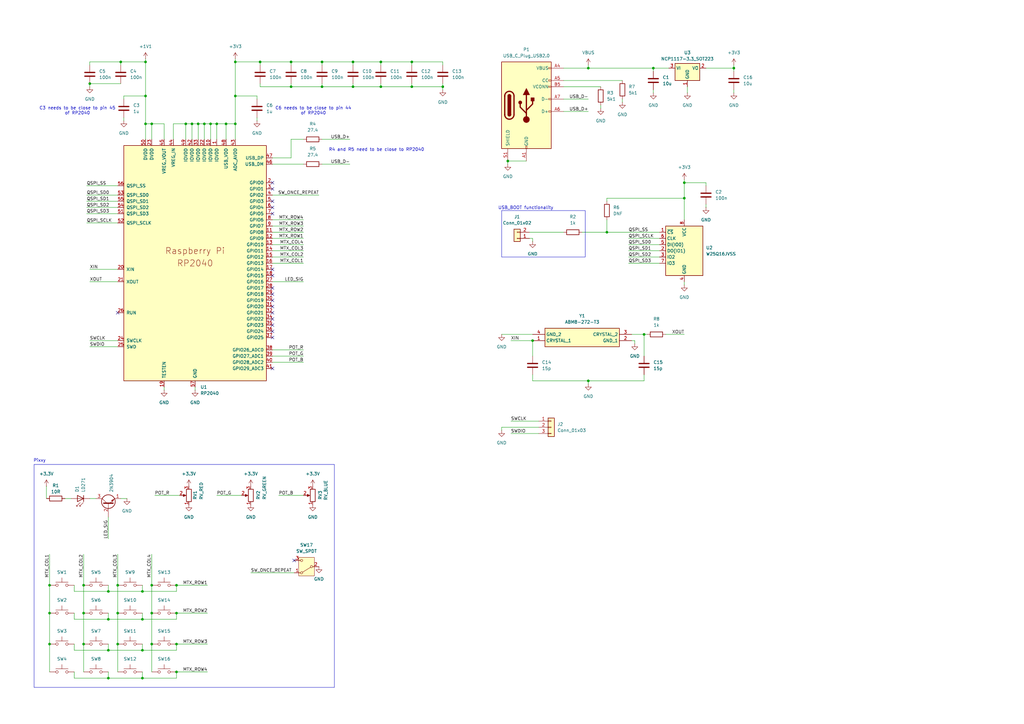
<source format=kicad_sch>
(kicad_sch (version 20231120) (generator "eeschema") (generator_version "8.0")
  (paper "A3")
  (lib_symbols
    (symbol "Connector:USB_C_Plug_USB2.0" (pin_names (offset 1.016))
      (property "Reference" "P" (at -10.16 19.05 0))
      (property "Value" "USB_C_Plug_USB2.0" (at 12.7 19.05 0))
      (symbol "USB_C_Plug_USB2.0_1_1"
        (pin passive line (at 0 -22.86 90) (length 5.08) (name "GND") (number "A1"))
        (pin passive line (at 0 -22.86 90) (length 5.08) hide (name "GND") (number "A12"))
        (pin passive line (at 15.24 15.24 180) (length 5.08) (name "VBUS") (number "A4"))
        (pin bidirectional line (at 15.24 10.16 180) (length 5.08) (name "CC") (number "A5"))
        (pin bidirectional line (at 15.24 -2.54 180) (length 5.08) (name "D+") (number "A6"))
        (pin bidirectional line (at 15.24 2.54 180) (length 5.08) (name "D-") (number "A7"))
        (pin passive line (at 15.24 15.24 180) (length 5.08) hide (name "VBUS") (number "A9"))
        (pin passive line (at 0 -22.86 90) (length 5.08) hide (name "GND") (number "B1"))
        (pin passive line (at 0 -22.86 90) (length 5.08) hide (name "GND") (number "B12"))
        (pin passive line (at 15.24 15.24 180) (length 5.08) hide (name "VBUS") (number "B4"))
        (pin bidirectional line (at 15.24 7.62 180) (length 5.08) (name "VCONN") (number "B5"))
        (pin passive line (at 15.24 15.24 180) (length 5.08) hide (name "VBUS") (number "B9"))
        (pin passive line (at -7.62 -22.86 90) (length 5.08) (name "SHIELD") (number "S1"))
      )
    )
    (symbol "Connector_Generic:Conn_01x02" (pin_names (offset 1.016) hide)
      (property "Reference" "J" (at 0 2.54 0))
      (property "Value" "Conn_01x02" (at 0 -5.08 0))
      (symbol "Conn_01x02_1_1"
        (pin passive line (at -5.08 0 0) (length 3.81) (name "Pin_1") (number "1"))
        (pin passive line (at -5.08 -2.54 0) (length 3.81) (name "Pin_2") (number "2"))
      )
    )
    (symbol "Connector_Generic:Conn_01x03" (pin_names (offset 1.016) hide)
      (property "Reference" "J" (at 0 5.08 0))
      (property "Value" "Conn_01x03" (at 0 -5.08 0))
      (symbol "Conn_01x03_1_1"
        (pin passive line (at -5.08 2.54 0) (length 3.81) (name "Pin_1") (number "1"))
        (pin passive line (at -5.08 0 0) (length 3.81) (name "Pin_2") (number "2"))
        (pin passive line (at -5.08 -2.54 0) (length 3.81) (name "Pin_3") (number "3"))
      )
    )
    (symbol "Device:C" (pin_numbers hide) (pin_names (offset 0.254))
      (property "Reference" "C" (at 0.635 2.54 0))
      (property "Value" "C" (at 0.635 -2.54 0))
      (symbol "C_1_1"
        (pin passive line (at 0 3.81 270) (length 2.794) (name "~") (number "1"))
        (pin passive line (at 0 -3.81 90) (length 2.794) (name "~") (number "2"))
      )
    )
    (symbol "Device:R" (pin_numbers hide) (pin_names (offset 0))
      (property "Reference" "R" (at 2.032 0 90))
      (property "Value" "R" (at 0 0 90))
      (symbol "R_1_1"
        (pin passive line (at 0 3.81 270) (length 1.27) (name "~") (number "1"))
        (pin passive line (at 0 -3.81 90) (length 1.27) (name "~") (number "2"))
      )
    )
    (symbol "Device:R_Potentiometer" (pin_names (offset 1.016) hide)
      (property "Reference" "RV" (at -4.445 0 90))
      (property "Value" "R_Potentiometer" (at -2.54 0 90))
      (symbol "R_Potentiometer_1_1"
        (pin passive line (at 0 3.81 270) (length 1.27) (name "1") (number "1"))
        (pin passive line (at 3.81 0 180) (length 1.27) (name "2") (number "2"))
        (pin passive line (at 0 -3.81 90) (length 1.27) (name "3") (number "3"))
      )
    )
    (symbol "LED:LD271" (pin_numbers hide) (pin_names (offset 1.016) hide)
      (property "Reference" "D" (at 0.508 1.778 0))
      (property "Value" "LD271" (at -1.016 -2.794 0))
      (symbol "LD271_1_1"
        (pin passive line (at -5.08 0 0) (length 2.54) (name "K") (number "1"))
        (pin passive line (at 2.54 0 180) (length 2.54) (name "A") (number "2"))
      )
    )
    (symbol "MCU_RaspberryPi_and_Boards:RP2040" (pin_names (offset 1.016))
      (property "Reference" "U" (at -29.21 49.53 0))
      (property "Value" "RP2040" (at 24.13 -49.53 0))
      (symbol "RP2040_0_0"
        (text "Raspberry Pi" (at 0 5.08 0) (effects (font (size 2.54 2.54))))
        (text "RP2040" (at 0 0 0) (effects (font (size 2.54 2.54))))
      )
      (symbol "RP2040_1_1"
        (pin power_in line (at 8.89 50.8 270) (length 2.54) (name "IOVDD") (number "1"))
        (pin power_in line (at 6.35 50.8 270) (length 2.54) (name "IOVDD") (number "10"))
        (pin bidirectional line (at 31.75 12.7 180) (length 2.54) (name "GPIO8") (number "11"))
        (pin bidirectional line (at 31.75 10.16 180) (length 2.54) (name "GPIO9") (number "12"))
        (pin bidirectional line (at 31.75 7.62 180) (length 2.54) (name "GPIO10") (number "13"))
        (pin bidirectional line (at 31.75 5.08 180) (length 2.54) (name "GPIO11") (number "14"))
        (pin bidirectional line (at 31.75 2.54 180) (length 2.54) (name "GPIO12") (number "15"))
        (pin bidirectional line (at 31.75 0 180) (length 2.54) (name "GPIO13") (number "16"))
        (pin bidirectional line (at 31.75 -2.54 180) (length 2.54) (name "GPIO14") (number "17"))
        (pin bidirectional line (at 31.75 -5.08 180) (length 2.54) (name "GPIO15") (number "18"))
        (pin passive line (at -12.7 -50.8 90) (length 2.54) (name "TESTEN") (number "19"))
        (pin bidirectional line (at 31.75 33.02 180) (length 2.54) (name "GPIO0") (number "2"))
        (pin input line (at -31.75 -2.54 0) (length 2.54) (name "XIN") (number "20"))
        (pin passive line (at -31.75 -7.62 0) (length 2.54) (name "XOUT") (number "21"))
        (pin power_in line (at 3.81 50.8 270) (length 2.54) (name "IOVDD") (number "22"))
        (pin power_in line (at -17.78 50.8 270) (length 2.54) (name "DVDD") (number "23"))
        (pin output line (at -31.75 -31.75 0) (length 2.54) (name "SWCLK") (number "24"))
        (pin bidirectional line (at -31.75 -34.29 0) (length 2.54) (name "SWD") (number "25"))
        (pin input line (at -31.75 -20.32 0) (length 2.54) (name "RUN") (number "26"))
        (pin bidirectional line (at 31.75 -7.62 180) (length 2.54) (name "GPIO16") (number "27"))
        (pin bidirectional line (at 31.75 -10.16 180) (length 2.54) (name "GPIO17") (number "28"))
        (pin bidirectional line (at 31.75 -12.7 180) (length 2.54) (name "GPIO18") (number "29"))
        (pin bidirectional line (at 31.75 30.48 180) (length 2.54) (name "GPIO1") (number "3"))
        (pin bidirectional line (at 31.75 -15.24 180) (length 2.54) (name "GPIO19") (number "30"))
        (pin bidirectional line (at 31.75 -17.78 180) (length 2.54) (name "GPIO20") (number "31"))
        (pin bidirectional line (at 31.75 -20.32 180) (length 2.54) (name "GPIO21") (number "32"))
        (pin power_in line (at 1.27 50.8 270) (length 2.54) (name "IOVDD") (number "33"))
        (pin bidirectional line (at 31.75 -22.86 180) (length 2.54) (name "GPIO22") (number "34"))
        (pin bidirectional line (at 31.75 -25.4 180) (length 2.54) (name "GPIO23") (number "35"))
        (pin bidirectional line (at 31.75 -27.94 180) (length 2.54) (name "GPIO24") (number "36"))
        (pin bidirectional line (at 31.75 -30.48 180) (length 2.54) (name "GPIO25") (number "37"))
        (pin bidirectional line (at 31.75 -35.56 180) (length 2.54) (name "GPIO26_ADC0") (number "38"))
        (pin bidirectional line (at 31.75 -38.1 180) (length 2.54) (name "GPIO27_ADC1") (number "39"))
        (pin bidirectional line (at 31.75 27.94 180) (length 2.54) (name "GPIO2") (number "4"))
        (pin bidirectional line (at 31.75 -40.64 180) (length 2.54) (name "GPIO28_ADC2") (number "40"))
        (pin bidirectional line (at 31.75 -43.18 180) (length 2.54) (name "GPIO29_ADC3") (number "41"))
        (pin power_in line (at -1.27 50.8 270) (length 2.54) (name "IOVDD") (number "42"))
        (pin power_in line (at 16.51 50.8 270) (length 2.54) (name "ADC_AVDD") (number "43"))
        (pin power_in line (at -8.89 50.8 270) (length 2.54) (name "VREG_IN") (number "44"))
        (pin power_out line (at -12.7 50.8 270) (length 2.54) (name "VREG_VOUT") (number "45"))
        (pin bidirectional line (at 31.75 40.64 180) (length 2.54) (name "USB_DM") (number "46"))
        (pin bidirectional line (at 31.75 43.18 180) (length 2.54) (name "USB_DP") (number "47"))
        (pin power_in line (at 12.7 50.8 270) (length 2.54) (name "USB_VDD") (number "48"))
        (pin power_in line (at -3.81 50.8 270) (length 2.54) (name "IOVDD") (number "49"))
        (pin bidirectional line (at 31.75 25.4 180) (length 2.54) (name "GPIO3") (number "5"))
        (pin power_in line (at -20.32 50.8 270) (length 2.54) (name "DVDD") (number "50"))
        (pin bidirectional line (at -31.75 20.32 0) (length 2.54) (name "QSPI_SD3") (number "51"))
        (pin output line (at -31.75 16.51 0) (length 2.54) (name "QSPI_SCLK") (number "52"))
        (pin bidirectional line (at -31.75 27.94 0) (length 2.54) (name "QSPI_SD0") (number "53"))
        (pin bidirectional line (at -31.75 22.86 0) (length 2.54) (name "QSPI_SD2") (number "54"))
        (pin bidirectional line (at -31.75 25.4 0) (length 2.54) (name "QSPI_SD1") (number "55"))
        (pin bidirectional line (at -31.75 31.75 0) (length 2.54) (name "QSPI_SS") (number "56"))
        (pin power_in line (at 0 -50.8 90) (length 2.54) (name "GND") (number "57"))
        (pin bidirectional line (at 31.75 22.86 180) (length 2.54) (name "GPIO4") (number "6"))
        (pin bidirectional line (at 31.75 20.32 180) (length 2.54) (name "GPIO5") (number "7"))
        (pin bidirectional line (at 31.75 17.78 180) (length 2.54) (name "GPIO6") (number "8"))
        (pin bidirectional line (at 31.75 15.24 180) (length 2.54) (name "GPIO7") (number "9"))
      )
    )
    (symbol "Memory_Flash:W25Q16JVSS"
      (property "Reference" "U" (at -6.35 11.43 0))
      (property "Value" "W25Q16JVSS" (at 7.62 11.43 0))
      (symbol "W25Q16JVSS_1_1"
        (pin input line (at -10.16 7.62 0) (length 2.54) (name "~{CS}") (number "1"))
        (pin bidirectional line (at -10.16 0 0) (length 2.54) (name "DO(IO1)") (number "2"))
        (pin bidirectional line (at -10.16 -2.54 0) (length 2.54) (name "IO2") (number "3"))
        (pin power_in line (at 0 -12.7 90) (length 2.54) (name "GND") (number "4"))
        (pin bidirectional line (at -10.16 2.54 0) (length 2.54) (name "DI(IO0)") (number "5"))
        (pin input line (at -10.16 5.08 0) (length 2.54) (name "CLK") (number "6"))
        (pin bidirectional line (at -10.16 -5.08 0) (length 2.54) (name "IO3") (number "7"))
        (pin power_in line (at 0 12.7 270) (length 2.54) (name "VCC") (number "8"))
      )
    )
    (symbol "Regulator_Linear:NCP1117-3.3_SOT223"
      (property "Reference" "U" (at -3.81 3.175 0))
      (property "Value" "NCP1117-3.3_SOT223" (at 0 3.175 0))
      (symbol "NCP1117-3.3_SOT223_1_1"
        (pin power_in line (at 0 -7.62 90) (length 2.54) (name "GND") (number "1"))
        (pin power_out line (at 7.62 0 180) (length 2.54) (name "VO") (number "2"))
        (pin power_in line (at -7.62 0 0) (length 2.54) (name "VI") (number "3"))
      )
    )
    (symbol "SamacSys_Parts:ABM8-272-T3"
      (property "Reference" "Y" (at 36.83 7.62 0))
      (property "Value" "ABM8-272-T3" (at 36.83 5.08 0))
      (symbol "ABM8-272-T3_1_1"
        (pin passive line (at 0 -2.54 0) (length 5.08) (name "CRYSTAL_1") (number "1"))
        (pin passive line (at 40.64 -2.54 180) (length 5.08) (name "GND_1") (number "2"))
        (pin passive line (at 40.64 0 180) (length 5.08) (name "CRYSTAL_2") (number "3"))
        (pin passive line (at 0 0 0) (length 5.08) (name "GND_2") (number "4"))
      )
    )
    (symbol "Switch:SW_Push" (pin_numbers hide) (pin_names (offset 1.016) hide)
      (property "Reference" "SW" (at 1.27 2.54 0))
      (property "Value" "SW_Push" (at 0 -1.524 0))
      (symbol "SW_Push_0_1"
        (pin passive line (at -5.08 0 0) (length 2.54) (name "1") (number "1"))
        (pin passive line (at 5.08 0 180) (length 2.54) (name "2") (number "2"))
      )
    )
    (symbol "Switch:SW_SPDT" (pin_names (offset 0) hide)
      (property "Reference" "SW" (at 0 5.08 0))
      (property "Value" "SW_SPDT" (at 0 -5.08 0))
      (symbol "SW_SPDT_1_1"
        (pin passive line (at 5.08 2.54 180) (length 2.54) (name "A") (number "1"))
        (pin passive line (at -5.08 0 0) (length 2.54) (name "B") (number "2"))
        (pin passive line (at 5.08 -2.54 180) (length 2.54) (name "C") (number "3"))
      )
    )
    (symbol "Transistor_BJT:2N3904" (pin_names (offset 0) hide)
      (property "Reference" "Q" (at 5.08 1.905 0))
      (property "Value" "2N3904" (at 5.08 0 0))
      (symbol "2N3904_1_1"
        (pin passive line (at 2.54 -5.08 90) (length 2.54) (name "E") (number "1"))
        (pin passive line (at -5.08 0 0) (length 5.715) (name "B") (number "2"))
        (pin passive line (at 2.54 5.08 270) (length 2.54) (name "C") (number "3"))
      )
    )
    (symbol "power:+1V1" (power) (pin_numbers hide) (pin_names (offset 0) hide)
      (property "Value" "+1V1" (at 0 3.556 0))
      (symbol "+1V1_1_1"
        (pin power_in line (at 0 0 90) (length 0) (name "~") (number "1"))
      )
    )
    (symbol "power:+3.3V" (power) (pin_numbers hide) (pin_names (offset 0) hide)
      (property "Value" "+3.3V" (at 0 3.556 0))
      (symbol "+3.3V_1_1"
        (pin power_in line (at 0 0 90) (length 0) (name "~") (number "1"))
      )
    )
    (symbol "power:+3V3" (power) (pin_numbers hide) (pin_names (offset 0) hide)
      (property "Value" "+3V3" (at 0 3.556 0))
      (symbol "+3V3_1_1"
        (pin power_in line (at 0 0 90) (length 0) (name "~") (number "1"))
      )
    )
    (symbol "power:GND" (power) (pin_numbers hide) (pin_names (offset 0) hide)
      (property "Value" "GND" (at 0 -3.81 0))
      (symbol "GND_1_1"
        (pin power_in line (at 0 0 270) (length 0) (name "~") (number "1"))
      )
    )
    (symbol "power:VBUS" (power) (pin_numbers hide) (pin_names (offset 0) hide)
      (property "Value" "VBUS" (at 0 3.556 0))
      (symbol "VBUS_1_1"
        (pin power_in line (at 0 0 90) (length 0) (name "~") (number "1"))
      )
    )
  )
  (junction (at 44.45 254))
  (junction (at 62.23 240.03))
  (junction (at 88.9 50.8))
  (junction (at 119.38 25.4))
  (junction (at 241.3 27.94))
  (junction (at 267.97 27.94))
  (junction (at 36.83 34.29))
  (junction (at 119.38 35.56))
  (junction (at 34.29 240.03))
  (junction (at 44.45 266.7))
  (junction (at 156.21 25.4))
  (junction (at 168.91 35.56))
  (junction (at 156.21 35.56))
  (junction (at 59.69 39.37))
  (junction (at 72.39 275.59))
  (junction (at 96.52 50.8))
  (junction (at 72.39 251.46))
  (junction (at 83.82 50.8))
  (junction (at 59.69 25.4))
  (junction (at 72.39 240.03))
  (junction (at 92.71 50.8))
  (junction (at 62.23 264.16))
  (junction (at 59.69 50.8))
  (junction (at 280.67 81.28))
  (junction (at 76.2 50.8))
  (junction (at 48.26 240.03))
  (junction (at 264.16 137.16))
  (junction (at 62.23 251.46))
  (junction (at 20.32 264.16))
  (junction (at 86.36 50.8))
  (junction (at 34.29 264.16))
  (junction (at 96.52 25.4))
  (junction (at 49.53 25.4))
  (junction (at 58.42 278.13))
  (junction (at 62.23 50.8))
  (junction (at 81.28 50.8))
  (junction (at 58.42 254))
  (junction (at 44.45 278.13))
  (junction (at 34.29 251.46))
  (junction (at 248.92 95.25))
  (junction (at 44.45 242.57))
  (junction (at 58.42 242.57))
  (junction (at 144.78 25.4))
  (junction (at 218.44 139.7))
  (junction (at 280.67 74.93))
  (junction (at 144.78 35.56))
  (junction (at 48.26 264.16))
  (junction (at 106.68 25.4))
  (junction (at 132.08 35.56))
  (junction (at 96.52 39.37))
  (junction (at 20.32 240.03))
  (junction (at 181.61 35.56))
  (junction (at 72.39 264.16))
  (junction (at 48.26 251.46))
  (junction (at 300.99 27.94))
  (junction (at 208.28 66.04))
  (junction (at 58.42 266.7))
  (junction (at 168.91 25.4))
  (junction (at 78.74 50.8))
  (junction (at 132.08 25.4))
  (junction (at 20.32 251.46))
  (junction (at 241.3 156.21))
  (no_connect (at 111.76 123.19))
  (no_connect (at 111.76 138.43))
  (no_connect (at 111.76 135.89))
  (no_connect (at 111.76 113.03))
  (no_connect (at 111.76 77.47))
  (no_connect (at 111.76 85.09))
  (no_connect (at 111.76 130.81))
  (no_connect (at 111.76 125.73))
  (no_connect (at 111.76 133.35))
  (no_connect (at 111.76 74.93))
  (no_connect (at 120.65 229.87))
  (no_connect (at 111.76 118.11))
  (no_connect (at 111.76 120.65))
  (no_connect (at 111.76 87.63))
  (no_connect (at 111.76 110.49))
  (no_connect (at 48.26 128.27))
  (no_connect (at 111.76 128.27))
  (no_connect (at 111.76 82.55))
  (no_connect (at 111.76 151.13))
  (wire (pts (xy 218.44 139.7) (xy 218.44 146.05)))
  (wire (pts (xy 48.26 227.33) (xy 48.26 240.03)))
  (wire (pts (xy 62.23 240.03) (xy 62.23 251.46)))
  (wire (pts (xy 259.08 137.16) (xy 264.16 137.16)))
  (wire (pts (xy 257.81 107.95) (xy 270.51 107.95)))
  (wire (pts (xy 72.39 266.7) (xy 58.42 266.7)))
  (wire (pts (xy 280.67 137.16) (xy 273.05 137.16)))
  (wire (pts (xy 248.92 95.25) (xy 270.51 95.25)))
  (wire (pts (xy 72.39 264.16) (xy 72.39 266.7)))
  (wire (pts (xy 257.81 102.87) (xy 270.51 102.87)))
  (wire (pts (xy 58.42 242.57) (xy 44.45 242.57)))
  (wire (pts (xy 58.42 240.03) (xy 58.42 242.57)))
  (wire (pts (xy 92.71 50.8) (xy 96.52 50.8)))
  (wire (pts (xy 143.51 67.31) (xy 132.08 67.31)))
  (wire (pts (xy 208.28 66.04) (xy 215.9 66.04)))
  (wire (pts (xy 156.21 25.4) (xy 168.91 25.4)))
  (wire (pts (xy 218.44 153.67) (xy 218.44 156.21)))
  (wire (pts (xy 289.56 74.93) (xy 289.56 76.2)))
  (wire (pts (xy 241.3 27.94) (xy 267.97 27.94)))
  (wire (pts (xy 124.46 90.17) (xy 111.76 90.17)))
  (wire (pts (xy 71.12 57.15) (xy 71.12 50.8)))
  (wire (pts (xy 20.32 227.33) (xy 20.32 240.03)))
  (wire (pts (xy 181.61 25.4) (xy 181.61 26.67)))
  (wire (pts (xy 34.29 227.33) (xy 34.29 240.03)))
  (wire (pts (xy 44.45 266.7) (xy 58.42 266.7)))
  (wire (pts (xy 156.21 25.4) (xy 156.21 26.67)))
  (wire (pts (xy 102.87 234.95) (xy 120.65 234.95)))
  (wire (pts (xy 36.83 25.4) (xy 49.53 25.4)))
  (wire (pts (xy 267.97 27.94) (xy 267.97 29.21)))
  (wire (pts (xy 111.76 80.01) (xy 130.81 80.01)))
  (wire (pts (xy 300.99 38.1) (xy 300.99 36.83)))
  (wire (pts (xy 86.36 50.8) (xy 88.9 50.8)))
  (wire (pts (xy 105.41 40.64) (xy 105.41 39.37)))
  (wire (pts (xy 50.8 49.53) (xy 50.8 48.26)))
  (wire (pts (xy 260.35 140.97) (xy 260.35 139.7)))
  (wire (pts (xy 78.74 50.8) (xy 81.28 50.8)))
  (wire (pts (xy 85.09 251.46) (xy 72.39 251.46)))
  (wire (pts (xy 208.28 67.31) (xy 208.28 66.04)))
  (wire (pts (xy 168.91 34.29) (xy 168.91 35.56)))
  (wire (pts (xy 86.36 50.8) (xy 83.82 50.8)))
  (wire (pts (xy 205.74 137.16) (xy 218.44 137.16)))
  (wire (pts (xy 241.3 26.67) (xy 241.3 27.94)))
  (wire (pts (xy 85.09 240.03) (xy 72.39 240.03)))
  (wire (pts (xy 20.32 264.16) (xy 20.32 275.59)))
  (wire (pts (xy 34.29 251.46) (xy 34.29 264.16)))
  (wire (pts (xy 119.38 35.56) (xy 119.38 34.29)))
  (wire (pts (xy 119.38 25.4) (xy 106.68 25.4)))
  (wire (pts (xy 106.68 34.29) (xy 106.68 35.56)))
  (wire (pts (xy 281.94 38.1) (xy 281.94 35.56)))
  (wire (pts (xy 280.67 81.28) (xy 248.92 81.28)))
  (wire (pts (xy 205.74 175.26) (xy 220.98 175.26)))
  (wire (pts (xy 59.69 50.8) (xy 62.23 50.8)))
  (wire (pts (xy 124.46 115.57) (xy 111.76 115.57)))
  (wire (pts (xy 280.67 116.84) (xy 280.67 115.57)))
  (wire (pts (xy 58.42 278.13) (xy 72.39 278.13)))
  (wire (pts (xy 88.9 50.8) (xy 92.71 50.8)))
  (wire (pts (xy 168.91 26.67) (xy 168.91 25.4)))
  (wire (pts (xy 241.3 40.64) (xy 231.14 40.64)))
  (wire (pts (xy 96.52 39.37) (xy 96.52 50.8)))
  (wire (pts (xy 124.46 95.25) (xy 111.76 95.25)))
  (wire (pts (xy 119.38 35.56) (xy 132.08 35.56)))
  (wire (pts (xy 144.78 26.67) (xy 144.78 25.4)))
  (wire (pts (xy 48.26 251.46) (xy 48.26 264.16)))
  (wire (pts (xy 280.67 81.28) (xy 280.67 90.17)))
  (wire (pts (xy 114.3 203.2) (xy 124.46 203.2)))
  (wire (pts (xy 119.38 64.77) (xy 111.76 64.77)))
  (wire (pts (xy 58.42 275.59) (xy 58.42 278.13)))
  (wire (pts (xy 241.3 45.72) (xy 231.14 45.72)))
  (wire (pts (xy 62.23 50.8) (xy 62.23 57.15)))
  (wire (pts (xy 44.45 264.16) (xy 44.45 266.7)))
  (wire (pts (xy 111.76 146.05) (xy 124.46 146.05)))
  (wire (pts (xy 96.52 25.4) (xy 96.52 39.37)))
  (wire (pts (xy 264.16 146.05) (xy 264.16 137.16)))
  (wire (pts (xy 30.48 266.7) (xy 30.48 264.16)))
  (wire (pts (xy 267.97 38.1) (xy 267.97 36.83)))
  (wire (pts (xy 72.39 242.57) (xy 58.42 242.57)))
  (wire (pts (xy 63.5 203.2) (xy 73.66 203.2)))
  (wire (pts (xy 218.44 156.21) (xy 241.3 156.21)))
  (wire (pts (xy 44.45 275.59) (xy 44.45 278.13)))
  (wire (pts (xy 181.61 34.29) (xy 181.61 35.56)))
  (wire (pts (xy 58.42 264.16) (xy 58.42 266.7)))
  (wire (pts (xy 124.46 102.87) (xy 111.76 102.87)))
  (wire (pts (xy 205.74 176.53) (xy 205.74 175.26)))
  (wire (pts (xy 132.08 25.4) (xy 144.78 25.4)))
  (wire (pts (xy 30.48 240.03) (xy 30.48 242.57)))
  (wire (pts (xy 209.55 172.72) (xy 220.98 172.72)))
  (wire (pts (xy 143.51 57.15) (xy 132.08 57.15)))
  (wire (pts (xy 30.48 266.7) (xy 44.45 266.7)))
  (wire (pts (xy 181.61 35.56) (xy 168.91 35.56)))
  (wire (pts (xy 88.9 203.2) (xy 99.06 203.2)))
  (wire (pts (xy 30.48 254) (xy 30.48 251.46)))
  (wire (pts (xy 67.31 57.15) (xy 67.31 50.8)))
  (wire (pts (xy 156.21 35.56) (xy 168.91 35.56)))
  (wire (pts (xy 71.12 50.8) (xy 76.2 50.8)))
  (wire (pts (xy 106.68 26.67) (xy 106.68 25.4)))
  (wire (pts (xy 300.99 27.94) (xy 289.56 27.94)))
  (wire (pts (xy 238.76 95.25) (xy 248.92 95.25)))
  (wire (pts (xy 48.26 264.16) (xy 48.26 275.59)))
  (wire (pts (xy 144.78 34.29) (xy 144.78 35.56)))
  (wire (pts (xy 72.39 251.46) (xy 72.39 254)))
  (wire (pts (xy 36.83 35.56) (xy 36.83 34.29)))
  (wire (pts (xy 48.26 240.03) (xy 48.26 251.46)))
  (wire (pts (xy 274.32 27.94) (xy 267.97 27.94)))
  (wire (pts (xy 119.38 25.4) (xy 132.08 25.4)))
  (wire (pts (xy 50.8 39.37) (xy 50.8 40.64)))
  (wire (pts (xy 44.45 251.46) (xy 44.45 254)))
  (wire (pts (xy 246.38 35.56) (xy 231.14 35.56)))
  (wire (pts (xy 181.61 36.83) (xy 181.61 35.56)))
  (wire (pts (xy 83.82 57.15) (xy 83.82 50.8)))
  (wire (pts (xy 59.69 57.15) (xy 59.69 50.8)))
  (wire (pts (xy 85.09 275.59) (xy 72.39 275.59)))
  (wire (pts (xy 255.27 41.91) (xy 255.27 40.64)))
  (wire (pts (xy 119.38 57.15) (xy 119.38 64.77)))
  (wire (pts (xy 248.92 81.28) (xy 248.92 82.55)))
  (wire (pts (xy 144.78 25.4) (xy 156.21 25.4)))
  (wire (pts (xy 35.56 87.63) (xy 48.26 87.63)))
  (wire (pts (xy 35.56 91.44) (xy 48.26 91.44)))
  (wire (pts (xy 30.48 278.13) (xy 44.45 278.13)))
  (wire (pts (xy 36.83 34.29) (xy 49.53 34.29)))
  (wire (pts (xy 58.42 251.46) (xy 58.42 254)))
  (wire (pts (xy 44.45 212.09) (xy 44.45 220.98)))
  (wire (pts (xy 67.31 50.8) (xy 62.23 50.8)))
  (wire (pts (xy 257.81 97.79) (xy 270.51 97.79)))
  (wire (pts (xy 265.43 137.16) (xy 264.16 137.16)))
  (wire (pts (xy 34.29 240.03) (xy 34.29 251.46)))
  (wire (pts (xy 105.41 49.53) (xy 105.41 48.26)))
  (wire (pts (xy 36.83 204.47) (xy 39.37 204.47)))
  (wire (pts (xy 96.52 25.4) (xy 106.68 25.4)))
  (wire (pts (xy 78.74 57.15) (xy 78.74 50.8)))
  (wire (pts (xy 119.38 26.67) (xy 119.38 25.4)))
  (wire (pts (xy 96.52 24.13) (xy 96.52 25.4)))
  (wire (pts (xy 241.3 156.21) (xy 264.16 156.21)))
  (wire (pts (xy 246.38 44.45) (xy 246.38 43.18)))
  (wire (pts (xy 44.45 254) (xy 30.48 254)))
  (wire (pts (xy 124.46 97.79) (xy 111.76 97.79)))
  (wire (pts (xy 124.46 67.31) (xy 111.76 67.31)))
  (wire (pts (xy 124.46 107.95) (xy 111.76 107.95)))
  (wire (pts (xy 20.32 240.03) (xy 20.32 251.46)))
  (wire (pts (xy 181.61 25.4) (xy 168.91 25.4)))
  (wire (pts (xy 35.56 82.55) (xy 48.26 82.55)))
  (wire (pts (xy 124.46 100.33) (xy 111.76 100.33)))
  (wire (pts (xy 124.46 148.59) (xy 111.76 148.59)))
  (wire (pts (xy 111.76 143.51) (xy 124.46 143.51)))
  (wire (pts (xy 49.53 26.67) (xy 49.53 25.4)))
  (wire (pts (xy 36.83 115.57) (xy 48.26 115.57)))
  (wire (pts (xy 257.81 100.33) (xy 270.51 100.33)))
  (wire (pts (xy 280.67 73.66) (xy 280.67 74.93)))
  (wire (pts (xy 218.44 97.79) (xy 217.17 97.79)))
  (wire (pts (xy 289.56 85.09) (xy 289.56 83.82)))
  (wire (pts (xy 248.92 90.17) (xy 248.92 95.25)))
  (wire (pts (xy 62.23 251.46) (xy 62.23 264.16)))
  (wire (pts (xy 96.52 57.15) (xy 96.52 50.8)))
  (wire (pts (xy 81.28 57.15) (xy 81.28 50.8)))
  (wire (pts (xy 88.9 57.15) (xy 88.9 50.8)))
  (wire (pts (xy 255.27 33.02) (xy 231.14 33.02)))
  (wire (pts (xy 209.55 139.7) (xy 218.44 139.7)))
  (wire (pts (xy 72.39 240.03) (xy 72.39 242.57)))
  (wire (pts (xy 35.56 76.2) (xy 48.26 76.2)))
  (wire (pts (xy 30.48 242.57) (xy 44.45 242.57)))
  (wire (pts (xy 132.08 34.29) (xy 132.08 35.56)))
  (wire (pts (xy 72.39 275.59) (xy 72.39 278.13)))
  (wire (pts (xy 50.8 39.37) (xy 59.69 39.37)))
  (wire (pts (xy 67.31 160.02) (xy 67.31 158.75)))
  (wire (pts (xy 105.41 39.37) (xy 96.52 39.37)))
  (wire (pts (xy 49.53 25.4) (xy 59.69 25.4)))
  (wire (pts (xy 124.46 57.15) (xy 119.38 57.15)))
  (wire (pts (xy 300.99 26.67) (xy 300.99 27.94)))
  (wire (pts (xy 34.29 264.16) (xy 34.29 275.59)))
  (wire (pts (xy 209.55 177.8) (xy 220.98 177.8)))
  (wire (pts (xy 35.56 85.09) (xy 48.26 85.09)))
  (wire (pts (xy 59.69 24.13) (xy 59.69 25.4)))
  (wire (pts (xy 300.99 29.21) (xy 300.99 27.94)))
  (wire (pts (xy 44.45 254) (xy 58.42 254)))
  (wire (pts (xy 257.81 105.41) (xy 270.51 105.41)))
  (wire (pts (xy 19.05 204.47) (xy 19.05 199.39)))
  (wire (pts (xy 62.23 227.33) (xy 62.23 240.03)))
  (wire (pts (xy 264.16 156.21) (xy 264.16 153.67)))
  (wire (pts (xy 36.83 26.67) (xy 36.83 25.4)))
  (wire (pts (xy 218.44 99.06) (xy 218.44 97.79)))
  (wire (pts (xy 52.07 204.47) (xy 49.53 204.47)))
  (wire (pts (xy 289.56 74.93) (xy 280.67 74.93)))
  (wire (pts (xy 144.78 35.56) (xy 156.21 35.56)))
  (wire (pts (xy 36.83 142.24) (xy 48.26 142.24)))
  (wire (pts (xy 156.21 34.29) (xy 156.21 35.56)))
  (wire (pts (xy 30.48 278.13) (xy 30.48 275.59)))
  (wire (pts (xy 241.3 156.21) (xy 241.3 157.48)))
  (wire (pts (xy 59.69 25.4) (xy 59.69 39.37)))
  (wire (pts (xy 80.01 160.02) (xy 80.01 158.75)))
  (wire (pts (xy 241.3 27.94) (xy 231.14 27.94)))
  (wire (pts (xy 44.45 242.57) (xy 44.45 240.03)))
  (wire (pts (xy 85.09 264.16) (xy 72.39 264.16)))
  (wire (pts (xy 132.08 35.56) (xy 144.78 35.56)))
  (wire (pts (xy 36.83 139.7) (xy 48.26 139.7)))
  (wire (pts (xy 35.56 80.01) (xy 48.26 80.01)))
  (wire (pts (xy 76.2 50.8) (xy 78.74 50.8)))
  (wire (pts (xy 260.35 139.7) (xy 259.08 139.7)))
  (wire (pts (xy 76.2 50.8) (xy 76.2 57.15)))
  (wire (pts (xy 217.17 95.25) (xy 231.14 95.25)))
  (wire (pts (xy 58.42 254) (xy 72.39 254)))
  (wire (pts (xy 29.21 204.47) (xy 26.67 204.47)))
  (wire (pts (xy 86.36 57.15) (xy 86.36 50.8)))
  (wire (pts (xy 132.08 26.67) (xy 132.08 25.4)))
  (wire (pts (xy 92.71 57.15) (xy 92.71 50.8)))
  (wire (pts (xy 20.32 251.46) (xy 20.32 264.16)))
  (wire (pts (xy 44.45 278.13) (xy 58.42 278.13)))
  (wire (pts (xy 81.28 50.8) (xy 83.82 50.8)))
  (wire (pts (xy 280.67 74.93) (xy 280.67 81.28)))
  (wire (pts (xy 124.46 105.41) (xy 111.76 105.41)))
  (wire (pts (xy 62.23 264.16) (xy 62.23 275.59)))
  (wire (pts (xy 59.69 39.37) (xy 59.69 50.8)))
  (wire (pts (xy 106.68 35.56) (xy 119.38 35.56)))
  (wire (pts (xy 36.83 110.49) (xy 48.26 110.49)))
  (wire (pts (xy 124.46 92.71) (xy 111.76 92.71)))
  (rectangle (start 13.97 190.5) (end 137.16 281.94))
  (rectangle (start 205.74 86.36) (end 240.03 105.41))
  (text "C6 needs to be close to pin 44\nof RP2040" (at 128.524 45.466 0) (effects (font (size 1.27 1.27))))
  (text "C3 needs to be close to pin 45\nof RP2040" (at 31.75 45.466 0) (effects (font (size 1.27 1.27))))
  (text "Pixxy" (at 16.256 188.976 0) (effects (font (size 1.27 1.27))))
  (text "USB_BOOT functionality" (at 215.646 85.344 0) (effects (font (size 1.27 1.27))))
  (text "R4 and R5 need to be close to RP2040" (at 154.432 61.468 0) (effects (font (size 1.27 1.27))))
  (label "MTX_ROW2" (at 85.09 251.46 180))
  (label "QSPI_SD0" (at 35.56 80.01 0))
  (label "QSPI_SD2" (at 35.56 85.09 0))
  (label "XIN" (at 36.83 110.49 0))
  (label "XOUT" (at 280.67 137.16 180))
  (label "MTX_ROW3" (at 85.09 264.16 180))
  (label "XOUT" (at 36.83 115.57 0))
  (label "POT_G" (at 88.9 203.2 0))
  (label "SWCLK" (at 36.83 139.7 0))
  (label "MTX_ROW2" (at 124.46 95.25 180))
  (label "POT_B" (at 124.46 148.59 180))
  (label "MTX_COL1" (at 124.46 107.95 180))
  (label "QSPI_SD0" (at 257.81 100.33 0))
  (label "MTX_COL3" (at 124.46 102.87 180))
  (label "MTX_COL4" (at 62.23 227.33 270))
  (label "MTX_ROW3" (at 124.46 92.71 180))
  (label "SW_ONCE_REPEAT" (at 130.81 80.01 180))
  (label "XIN" (at 209.55 139.7 0))
  (label "SWDIO" (at 209.55 177.8 0))
  (label "QSPI_SD1" (at 257.81 102.87 0))
  (label "USB_D-" (at 241.3 40.64 180))
  (label "QSPI_SD1" (at 35.56 82.55 0))
  (label "POT_R" (at 124.46 143.51 180))
  (label "MTX_ROW1" (at 124.46 97.79 180))
  (label "USB_D+" (at 143.51 57.15 180))
  (label "MTX_COL4" (at 124.46 100.33 180))
  (label "SWDIO" (at 36.83 142.24 0))
  (label "SW_ONCE_REPEAT" (at 102.87 234.95 0))
  (label "POT_G" (at 124.46 146.05 180))
  (label "QSPI_SCLK" (at 35.56 91.44 0))
  (label "LED_SIG" (at 124.46 115.57 180))
  (label "MTX_COL2" (at 34.29 227.33 270))
  (label "MTX_ROW4" (at 124.46 90.17 180))
  (label "MTX_ROW1" (at 85.09 240.03 180))
  (label "POT_R" (at 63.5 203.2 0))
  (label "MTX_COL2" (at 124.46 105.41 180))
  (label "USB_D-" (at 143.51 67.31 180))
  (label "SWCLK" (at 209.55 172.72 0))
  (label "QSPI_SD3" (at 257.81 107.95 0))
  (label "QSPI_SS" (at 257.81 95.25 0))
  (label "USB_D+" (at 241.3 45.72 180))
  (label "MTX_COL3" (at 48.26 227.33 270))
  (label "QSPI_SD3" (at 35.56 87.63 0))
  (label "LED_SIG" (at 44.45 220.98 90))
  (label "POT_B" (at 114.3 203.2 0))
  (label "QSPI_SS" (at 35.56 76.2 0))
  (label "QSPI_SCLK" (at 257.81 97.79 0))
  (label "MTX_COL1" (at 20.32 227.33 270))
  (label "MTX_ROW4" (at 85.09 275.59 180))
  (label "QSPI_SD2" (at 257.81 105.41 0))
  (symbol (lib_id "power:+3V3") (at 300.99 26.67 0) (unit 1)
    (property "Reference" "#PWR026" (effects (hide yes)))
    (property "Value" "+3V3" (at 300.99 21.59 0))
    (property "Description" "Power symbol creates a global label with name \"+3V3\"" (effects (hide yes)))
  )
  (symbol (lib_id "Device:R") (at 248.92 86.36 180) (unit 1)
    (property "Reference" "R6" (at 251.46 85.0899 0) (effects (justify right)))
    (property "Value" "DNF" (at 251.46 87.6299 0) (effects (justify right)))
    (property "Description" "Resistor" (effects (hide yes)))
  )
  (symbol (lib_id "MCU_RaspberryPi_and_Boards:RP2040") (at 80.01 107.95 0) (unit 1)
    (property "Reference" "U1" (at 82.2041 158.75 0) (effects (justify left)))
    (property "Value" "RP2040" (at 82.2041 161.29 0) (effects (justify left)))
    (property "Footprint" "MCU_RaspberryPi_and_Boards:RP2040-QFN-56" (effects (hide yes)))
  )
  (symbol (lib_id "Switch:SW_Push") (at 39.37 240.03 0) (unit 1)
    (property "Reference" "SW5" (at 39.37 234.696 0))
    (property "Footprint" "Button_Switch_THT:SW_PUSH_6mm" (effects (hide yes)))
    (property "Description" "Push button switch, generic, two pins" (effects (hide yes)))
  )
  (symbol (lib_id "Device:C") (at 156.21 30.48 0) (unit 1)
    (property "Reference" "C11" (at 160.02 29.2099 0) (effects (justify left)))
    (property "Value" "100n" (at 160.02 31.7499 0) (effects (justify left)))
    (property "Footprint" "Capacitor_SMD:C_0402_1005Metric" (effects (hide yes)))
    (property "Description" "Unpolarized capacitor" (effects (hide yes)))
    (property "LCSC" "C5448791" (effects (hide yes)))
  )
  (symbol (lib_id "power:+3.3V") (at 128.27 199.39 0) (unit 1)
    (property "Reference" "#PWR09" (effects (hide yes)))
    (property "Value" "+3.3V" (at 128.27 194.31 0))
    (property "Description" "Power symbol creates a global label with name \"+3.3V\"" (effects (hide yes)))
  )
  (symbol (lib_id "power:GND") (at 260.35 140.97 0) (unit 1)
    (property "Reference" "#PWR029" (effects (hide yes)))
    (property "Value" "GND" (at 260.35 146.05 0))
    (property "Description" "Power symbol creates a global label with name \"GND\" , ground" (effects (hide yes)))
  )
  (symbol (lib_id "power:VBUS") (at 241.3 26.67 0) (unit 1)
    (property "Reference" "#PWR012" (effects (hide yes)))
    (property "Value" "VBUS" (at 241.3 21.59 0))
    (property "Description" "Power symbol creates a global label with name \"VBUS\"" (effects (hide yes)))
  )
  (symbol (lib_id "Switch:SW_Push") (at 67.31 251.46 0) (unit 1)
    (property "Reference" "SW14" (at 67.31 246.126 0))
    (property "Footprint" "Button_Switch_THT:SW_PUSH_6mm" (effects (hide yes)))
    (property "Description" "Push button switch, generic, two pins" (effects (hide yes)))
  )
  (symbol (lib_id "Device:R") (at 128.27 57.15 90) (unit 1)
    (property "Reference" "R4" (at 128.27 50.8 90))
    (property "Value" "27.4" (at 128.27 53.34 90))
    (property "Footprint" "Resistor_SMD:R_0402_1005Metric" (effects (hide yes)))
    (property "Description" "Resistor" (effects (hide yes)))
    (property "LCSC" "C321420" (effects (hide yes)))
  )
  (symbol (lib_id "Device:R") (at 246.38 39.37 0) (unit 1)
    (property "Reference" "R3" (at 248.92 38.0999 0) (effects (justify left)))
    (property "Value" "5k1" (at 248.92 40.6399 0) (effects (justify left)))
    (property "Footprint" "Resistor_SMD:R_0603_1608Metric" (effects (hide yes)))
    (property "Description" "Resistor" (effects (hide yes)))
    (property "LCSC" "C105580" (effects (hide yes)))
  )
  (symbol (lib_id "power:+3.3V") (at 102.87 199.39 0) (unit 1)
    (property "Reference" "#PWR08" (effects (hide yes)))
    (property "Value" "+3.3V" (at 102.87 194.31 0))
    (property "Description" "Power symbol creates a global label with name \"+3.3V\"" (effects (hide yes)))
  )
  (symbol (lib_id "Device:C") (at 289.56 80.01 0) (unit 1)
    (property "Reference" "C2" (at 293.37 78.7399 0) (effects (justify left)))
    (property "Value" "100n" (at 293.37 81.2799 0) (effects (justify left)))
    (property "Footprint" "Capacitor_SMD:C_0402_1005Metric" (effects (hide yes)))
    (property "Description" "Unpolarized capacitor" (effects (hide yes)))
    (property "LCSC" "C5448791" (effects (hide yes)))
  )
  (symbol (lib_id "Device:R") (at 234.95 95.25 90) (unit 1)
    (property "Reference" "R2" (at 234.95 88.9 90))
    (property "Value" "1k" (at 234.95 91.44 90))
    (property "Footprint" "Resistor_SMD:R_0402_1005Metric" (effects (hide yes)))
    (property "Description" "Resistor" (effects (hide yes)))
    (property "LCSC" "C851604" (effects (hide yes)))
  )
  (symbol (lib_id "power:GND") (at 205.74 176.53 0) (unit 1)
    (property "Reference" "#PWR033" (effects (hide yes)))
    (property "Value" "GND" (at 205.74 181.61 0))
    (property "Description" "Power symbol creates a global label with name \"GND\" , ground" (effects (hide yes)))
  )
  (symbol (lib_id "power:GND") (at 208.28 67.31 0) (unit 1)
    (property "Reference" "#PWR06" (effects (hide yes)))
    (property "Value" "GND" (at 208.28 72.39 0))
    (property "Description" "Power symbol creates a global label with name \"GND\" , ground" (effects (hide yes)))
  )
  (symbol (lib_id "Device:R") (at 255.27 36.83 0) (unit 1)
    (property "Reference" "R7" (at 257.81 35.5599 0) (effects (justify left)))
    (property "Value" "5k1" (at 257.81 38.0999 0) (effects (justify left)))
    (property "Footprint" "Resistor_SMD:R_0603_1608Metric" (effects (hide yes)))
    (property "Description" "Resistor" (effects (hide yes)))
    (property "LCSC" "C105580" (effects (hide yes)))
  )
  (symbol (lib_id "Device:C") (at 50.8 44.45 0) (unit 1)
    (property "Reference" "C3" (at 54.61 43.1799 0) (effects (justify left)))
    (property "Value" "1u" (at 54.61 45.7199 0) (effects (justify left)))
    (property "Footprint" "Capacitor_SMD:C_0603_1608Metric" (effects (hide yes)))
    (property "Description" "Unpolarized capacitor" (effects (hide yes)))
    (property "LCSC" "C106858" (effects (hide yes)))
  )
  (symbol (lib_id "Device:C") (at 36.83 30.48 0) (unit 1)
    (property "Reference" "C5" (at 40.64 29.2099 0) (effects (justify left)))
    (property "Value" "100n" (at 40.64 31.7499 0) (effects (justify left)))
    (property "Footprint" "Capacitor_SMD:C_0402_1005Metric" (effects (hide yes)))
    (property "Description" "Unpolarized capacitor" (effects (hide yes)))
    (property "LCSC" "C5448791" (effects (hide yes)))
  )
  (symbol (lib_id "Device:C") (at 168.91 30.48 0) (unit 1)
    (property "Reference" "C12" (at 172.72 29.2099 0) (effects (justify left)))
    (property "Value" "100n" (at 172.72 31.7499 0) (effects (justify left)))
    (property "Footprint" "Capacitor_SMD:C_0402_1005Metric" (effects (hide yes)))
    (property "Description" "Unpolarized capacitor" (effects (hide yes)))
    (property "LCSC" "C5448791" (effects (hide yes)))
  )
  (symbol (lib_id "Device:C") (at 300.99 33.02 0) (unit 1)
    (property "Reference" "C16" (at 304.8 31.7499 0) (effects (justify left)))
    (property "Value" "10u" (at 304.8 34.2899 0) (effects (justify left)))
    (property "Footprint" "Capacitor_SMD:C_0603_1608Metric" (effects (hide yes)))
    (property "Description" "Unpolarized capacitor" (effects (hide yes)))
    (property "LCSC" "C1691" (effects (hide yes)))
  )
  (symbol (lib_id "power:GND") (at 246.38 44.45 0) (unit 1)
    (property "Reference" "#PWR013" (effects (hide yes)))
    (property "Value" "GND" (at 246.38 49.53 0))
    (property "Description" "Power symbol creates a global label with name \"GND\" , ground" (effects (hide yes)))
  )
  (symbol (lib_id "Device:C") (at 218.44 149.86 0) (unit 1)
    (property "Reference" "C14" (at 222.25 148.5899 0) (effects (justify left)))
    (property "Value" "15p" (at 222.25 151.1299 0) (effects (justify left)))
    (property "Footprint" "Capacitor_SMD:C_0402_1005Metric" (effects (hide yes)))
    (property "Description" "Unpolarized capacitor" (effects (hide yes)))
  )
  (symbol (lib_id "power:GND") (at 267.97 38.1 0) (unit 1)
    (property "Reference" "#PWR015" (effects (hide yes)))
    (property "Value" "GND" (at 267.97 43.18 0))
    (property "Description" "Power symbol creates a global label with name \"GND\" , ground" (effects (hide yes)))
  )
  (symbol (lib_id "power:GND") (at 218.44 99.06 0) (unit 1)
    (property "Reference" "#PWR011" (effects (hide yes)))
    (property "Value" "GND" (at 218.44 104.14 0))
    (property "Description" "Power symbol creates a global label with name \"GND\" , ground" (effects (hide yes)))
  )
  (symbol (lib_id "Device:R_Potentiometer") (at 102.87 203.2 180) (unit 1)
    (property "Reference" "RV2" (at 105.918 204.978 90) (effects (justify right)))
    (property "Value" "RV_GREEN" (at 108.458 204.978 90) (effects (justify right)))
    (property "Footprint" "Pixxy library:Potentiometer_Alps_RK09K_Single_Vertical" (effects (hide yes)))
    (property "Description" "Potentiometer" (effects (hide yes)))
  )
  (symbol (lib_id "Device:C") (at 132.08 30.48 0) (unit 1)
    (property "Reference" "C9" (at 135.89 29.2099 0) (effects (justify left)))
    (property "Value" "100n" (at 135.89 31.7499 0) (effects (justify left)))
    (property "Footprint" "Capacitor_SMD:C_0402_1005Metric" (effects (hide yes)))
    (property "Description" "Unpolarized capacitor" (effects (hide yes)))
    (property "LCSC" "C5448791" (effects (hide yes)))
  )
  (symbol (lib_id "Connector_Generic:Conn_01x03") (at 226.06 175.26 0) (unit 1)
    (property "Reference" "J2" (at 228.6 173.9899 0) (effects (justify left)))
    (property "Value" "Conn_01x03" (at 228.6 176.5299 0) (effects (justify left)))
    (property "Footprint" "Connector_PinSocket_2.54mm:PinSocket_1x03_P2.54mm_Vertical" (effects (hide yes)))
    (property "Description" "Generic connector, single row, 01x03, script generated (kicad-library-utils/schlib/autogen/connector/)" (effects (hide yes)))
  )
  (symbol (lib_id "Connector:USB_C_Plug_USB2.0") (at 215.9 43.18 0) (unit 1)
    (property "Reference" "P1" (at 215.9 20.32 0))
    (property "Value" "USB_C_Plug_USB2.0" (at 215.9 22.86 0))
    (property "Footprint" "Connector_USB:USB_C_Receptacle_G-Switch_GT-USB-7010ASV" (effects (hide yes)))
    (property "Datasheet" "https://www.usb.org/sites/default/files/documents/usb_type-c.zip" (effects (hide yes)))
    (property "Description" "USB 2.0-only Type-C Plug connector" (effects (hide yes)))
    (property "LCSC" "C5362630" (effects (hide yes)))
  )
  (symbol (lib_id "Connector_Generic:Conn_01x02") (at 212.09 97.79 180) (unit 1)
    (property "Reference" "J1" (at 212.09 88.9 0))
    (property "Value" "Conn_01x02" (at 212.09 91.44 0))
    (property "Footprint" "Connector_PinSocket_2.54mm:PinSocket_1x02_P2.54mm_Vertical" (effects (hide yes)))
    (property "Description" "Generic connector, single row, 01x02, script generated (kicad-library-utils/schlib/autogen/connector/)" (effects (hide yes)))
  )
  (symbol (lib_id "LED:LD271") (at 31.75 204.47 180) (unit 1)
    (property "Reference" "D1" (at 31.6229 201.93 90) (effects (justify right)))
    (property "Value" "LD271" (at 34.1629 201.93 90) (effects (justify right)))
    (property "Footprint" "LED_THT:LED_D5.0mm_IRGrey" (effects (hide yes)))
    (property "Datasheet" "http://www.alliedelec.com/m/d/40788c34903a719969df15f1fbea1056.pdf" (effects (hide yes)))
    (property "Description" "940nm IR-LED, 5mm" (effects (hide yes)))
  )
  (symbol (lib_id "Switch:SW_Push") (at 39.37 251.46 0) (unit 1)
    (property "Reference" "SW6" (at 39.37 246.126 0))
    (property "Footprint" "Button_Switch_THT:SW_PUSH_6mm" (effects (hide yes)))
    (property "Description" "Push button switch, generic, two pins" (effects (hide yes)))
  )
  (symbol (lib_id "Switch:SW_Push") (at 39.37 275.59 0) (unit 1)
    (property "Reference" "SW8" (at 39.37 270.256 0))
    (property "Footprint" "Button_Switch_THT:SW_PUSH_6mm" (effects (hide yes)))
    (property "Description" "Push button switch, generic, two pins" (effects (hide yes)))
  )
  (symbol (lib_id "power:+3.3V") (at 77.47 199.39 0) (unit 1)
    (property "Reference" "#PWR010" (effects (hide yes)))
    (property "Value" "+3.3V" (at 77.47 194.31 0))
    (property "Description" "Power symbol creates a global label with name \"+3.3V\"" (effects (hide yes)))
  )
  (symbol (lib_id "power:GND") (at 128.27 207.01 0) (unit 1)
    (property "Reference" "#PWR03" (effects (hide yes)))
    (property "Value" "GND" (at 128.27 212.09 0))
    (property "Description" "Power symbol creates a global label with name \"GND\" , ground" (effects (hide yes)))
  )
  (symbol (lib_id "Switch:SW_Push") (at 67.31 240.03 0) (unit 1)
    (property "Reference" "SW13" (at 67.31 234.696 0))
    (property "Footprint" "Button_Switch_THT:SW_PUSH_6mm" (effects (hide yes)))
    (property "Description" "Push button switch, generic, two pins" (effects (hide yes)))
  )
  (symbol (lib_id "power:GND") (at 255.27 41.91 0) (unit 1)
    (property "Reference" "#PWR014" (effects (hide yes)))
    (property "Value" "GND" (at 255.27 46.99 0))
    (property "Description" "Power symbol creates a global label with name \"GND\" , ground" (effects (hide yes)))
  )
  (symbol (lib_id "Switch:SW_Push") (at 25.4 240.03 0) (unit 1)
    (property "Reference" "SW1" (at 25.4 234.696 0))
    (property "Footprint" "Button_Switch_THT:SW_PUSH_6mm" (effects (hide yes)))
    (property "Description" "Push button switch, generic, two pins" (effects (hide yes)))
  )
  (symbol (lib_id "power:GND") (at 36.83 35.56 0) (unit 1)
    (property "Reference" "#PWR019" (effects (hide yes)))
    (property "Value" "GND" (at 36.83 40.64 0))
    (property "Description" "Power symbol creates a global label with name \"GND\" , ground" (effects (hide yes)))
  )
  (symbol (lib_id "power:GND") (at 77.47 207.01 0) (unit 1)
    (property "Reference" "#PWR01" (effects (hide yes)))
    (property "Value" "GND" (at 77.47 212.09 0))
    (property "Description" "Power symbol creates a global label with name \"GND\" , ground" (effects (hide yes)))
  )
  (symbol (lib_id "power:GND") (at 280.67 116.84 0) (unit 1)
    (property "Reference" "#PWR017" (effects (hide yes)))
    (property "Value" "GND" (at 280.67 121.92 0))
    (property "Description" "Power symbol creates a global label with name \"GND\" , ground" (effects (hide yes)))
  )
  (symbol (lib_id "power:GND") (at 67.31 160.02 0) (unit 1)
    (property "Reference" "#PWR031" (effects (hide yes)))
    (property "Value" "GND" (at 67.31 165.1 0))
    (property "Description" "Power symbol creates a global label with name \"GND\" , ground" (effects (hide yes)))
  )
  (symbol (lib_id "Regulator_Linear:NCP1117-3.3_SOT223") (at 281.94 27.94 0) (unit 1)
    (property "Reference" "U3" (at 281.94 21.59 0))
    (property "Value" "NCP1117-3.3_SOT223" (at 281.94 24.13 0))
    (property "Footprint" "Package_TO_SOT_SMD:SOT-223-3_TabPin2" (effects (hide yes)))
    (property "Datasheet" "http://www.onsemi.com/pub_link/Collateral/NCP1117-D.PDF" (effects (hide yes)))
    (property "Description" "1A Low drop-out regulator, Fixed Output 3.3V, SOT-223" (effects (hide yes)))
    (property "LCSC" "C26537" (effects (hide yes)))
  )
  (symbol (lib_id "Memory_Flash:W25Q16JVSS") (at 280.67 102.87 0) (unit 1)
    (property "Reference" "U2" (at 289.56 101.5999 0) (effects (justify left)))
    (property "Value" "W25Q16JVSS" (at 289.56 104.1399 0) (effects (justify left)))
    (property "Footprint" "Package_SO:SOIC-8_5.23x5.23mm_P1.27mm" (effects (hide yes)))
    (property "Datasheet" "https://www.winbond.com/hq/support/documentation/levelOne.jsp?__locale=en&DocNo=DA00-W25Q16JV.1" (effects (hide yes)))
    (property "Description" "16Mb Serial Flash Memory, Standard/Dual/Quad SPI, SOIC-8" (effects (hide yes)))
    (property "LCSC" "C82317" (effects (hide yes)))
  )
  (symbol (lib_id "Switch:SW_Push") (at 53.34 251.46 0) (unit 1)
    (property "Reference" "SW10" (at 53.34 246.126 0))
    (property "Footprint" "Button_Switch_THT:SW_PUSH_6mm" (effects (hide yes)))
    (property "Description" "Push button switch, generic, two pins" (effects (hide yes)))
  )
  (symbol (lib_id "Device:R_Potentiometer") (at 128.27 203.2 180) (unit 1)
    (property "Reference" "RV3" (at 131.318 204.978 90) (effects (justify right)))
    (property "Value" "RV_BLUE" (at 133.604 205.232 90) (effects (justify right)))
    (property "Footprint" "Pixxy library:Potentiometer_Alps_RK09K_Single_Vertical" (effects (hide yes)))
    (property "Description" "Potentiometer" (effects (hide yes)))
  )
  (symbol (lib_id "Device:R") (at 269.24 137.16 90) (unit 1)
    (property "Reference" "R8" (at 269.24 130.81 90))
    (property "Value" "1k" (at 269.24 133.35 90))
    (property "Footprint" "Resistor_SMD:R_0402_1005Metric" (effects (hide yes)))
    (property "Description" "Resistor" (effects (hide yes)))
    (property "LCSC" "C851604" (effects (hide yes)))
  )
  (symbol (lib_id "power:+1V1") (at 59.69 24.13 0) (unit 1)
    (property "Reference" "#PWR020" (effects (hide yes)))
    (property "Value" "+1V1" (at 59.69 19.05 0))
    (property "Description" "Power symbol creates a global label with name \"+1V1\"" (effects (hide yes)))
  )
  (symbol (lib_id "power:+3V3") (at 96.52 24.13 0) (unit 1)
    (property "Reference" "#PWR022" (effects (hide yes)))
    (property "Value" "+3V3" (at 96.52 19.05 0))
    (property "Description" "Power symbol creates a global label with name \"+3V3\"" (effects (hide yes)))
  )
  (symbol (lib_id "Device:C") (at 267.97 33.02 0) (unit 1)
    (property "Reference" "C1" (at 271.78 31.7499 0) (effects (justify left)))
    (property "Value" "10u" (at 271.78 34.2899 0) (effects (justify left)))
    (property "Footprint" "Capacitor_SMD:C_0603_1608Metric" (effects (hide yes)))
    (property "Description" "Unpolarized capacitor" (effects (hide yes)))
    (property "LCSC" "C1691" (effects (hide yes)))
  )
  (symbol (lib_id "Device:C") (at 119.38 30.48 0) (unit 1)
    (property "Reference" "C8" (at 123.19 29.2099 0) (effects (justify left)))
    (property "Value" "100n" (at 123.19 31.7499 0) (effects (justify left)))
    (property "Footprint" "Capacitor_SMD:C_0402_1005Metric" (effects (hide yes)))
    (property "Description" "Unpolarized capacitor" (effects (hide yes)))
    (property "LCSC" "C5448791" (effects (hide yes)))
  )
  (symbol (lib_id "Device:C") (at 144.78 30.48 0) (unit 1)
    (property "Reference" "C10" (at 148.59 29.2099 0) (effects (justify left)))
    (property "Value" "100n" (at 148.59 31.7499 0) (effects (justify left)))
    (property "Footprint" "Capacitor_SMD:C_0402_1005Metric" (effects (hide yes)))
    (property "Description" "Unpolarized capacitor" (effects (hide yes)))
    (property "LCSC" "C5448791" (effects (hide yes)))
  )
  (symbol (lib_id "power:GND") (at 130.81 232.41 0) (unit 1)
    (property "Reference" "#PWR05" (effects (hide yes)))
    (property "Value" "GND" (at 130.81 237.49 0))
    (property "Description" "Power symbol creates a global label with name \"GND\" , ground" (effects (hide yes)))
  )
  (symbol (lib_id "Switch:SW_Push") (at 25.4 251.46 0) (unit 1)
    (property "Reference" "SW2" (at 25.4 246.126 0))
    (property "Footprint" "Button_Switch_THT:SW_PUSH_6mm" (effects (hide yes)))
    (property "Description" "Push button switch, generic, two pins" (effects (hide yes)))
  )
  (symbol (lib_id "power:+3.3V") (at 19.05 199.39 0) (unit 1)
    (property "Reference" "#PWR04" (effects (hide yes)))
    (property "Value" "+3.3V" (at 19.05 194.31 0))
    (property "Description" "Power symbol creates a global label with name \"+3.3V\"" (effects (hide yes)))
  )
  (symbol (lib_id "power:+3V3") (at 280.67 73.66 0) (unit 1)
    (property "Reference" "#PWR016" (effects (hide yes)))
    (property "Value" "+3V3" (at 280.67 68.58 0))
    (property "Description" "Power symbol creates a global label with name \"+3V3\"" (effects (hide yes)))
  )
  (symbol (lib_id "Device:C") (at 105.41 44.45 0) (unit 1)
    (property "Reference" "C6" (at 109.22 43.1799 0) (effects (justify left)))
    (property "Value" "1u" (at 109.22 45.7199 0) (effects (justify left)))
    (property "Footprint" "Capacitor_SMD:C_0603_1608Metric" (effects (hide yes)))
    (property "Description" "Unpolarized capacitor" (effects (hide yes)))
    (property "LCSC" "C106858" (effects (hide yes)))
  )
  (symbol (lib_id "Switch:SW_Push") (at 53.34 264.16 0) (unit 1)
    (property "Reference" "SW11" (at 53.34 258.826 0))
    (property "Footprint" "Button_Switch_THT:SW_PUSH_6mm" (effects (hide yes)))
    (property "Description" "Push button switch, generic, two pins" (effects (hide yes)))
  )
  (symbol (lib_id "Switch:SW_Push") (at 67.31 264.16 0) (unit 1)
    (property "Reference" "SW15" (at 67.31 258.826 0))
    (property "Footprint" "Button_Switch_THT:SW_PUSH_6mm" (effects (hide yes)))
    (property "Description" "Push button switch, generic, two pins" (effects (hide yes)))
  )
  (symbol (lib_id "power:GND") (at 105.41 49.53 0) (unit 1)
    (property "Reference" "#PWR021" (effects (hide yes)))
    (property "Value" "GND" (at 105.41 54.61 0))
    (property "Description" "Power symbol creates a global label with name \"GND\" , ground" (effects (hide yes)))
  )
  (symbol (lib_id "Switch:SW_Push") (at 25.4 264.16 0) (unit 1)
    (property "Reference" "SW3" (at 25.4 258.826 0))
    (property "Footprint" "Button_Switch_THT:SW_PUSH_6mm" (effects (hide yes)))
    (property "Description" "Push button switch, generic, two pins" (effects (hide yes)))
  )
  (symbol (lib_id "power:GND") (at 80.01 160.02 0) (unit 1)
    (property "Reference" "#PWR032" (effects (hide yes)))
    (property "Value" "GND" (at 80.01 165.1 0))
    (property "Description" "Power symbol creates a global label with name \"GND\" , ground" (effects (hide yes)))
  )
  (symbol (lib_id "power:GND") (at 102.87 207.01 0) (unit 1)
    (property "Reference" "#PWR02" (effects (hide yes)))
    (property "Value" "GND" (at 102.87 212.09 0))
    (property "Description" "Power symbol creates a global label with name \"GND\" , ground" (effects (hide yes)))
  )
  (symbol (lib_id "Switch:SW_Push") (at 53.34 240.03 0) (unit 1)
    (property "Reference" "SW9" (at 53.34 234.696 0))
    (property "Footprint" "Button_Switch_THT:SW_PUSH_6mm" (effects (hide yes)))
    (property "Description" "Push button switch, generic, two pins" (effects (hide yes)))
  )
  (symbol (lib_id "power:GND") (at 300.99 38.1 0) (unit 1)
    (property "Reference" "#PWR027" (effects (hide yes)))
    (property "Value" "GND" (at 300.99 43.18 0))
    (property "Description" "Power symbol creates a global label with name \"GND\" , ground" (effects (hide yes)))
  )
  (symbol (lib_id "power:GND") (at 52.07 204.47 0) (unit 1)
    (property "Reference" "#PWR07" (effects (hide yes)))
    (property "Value" "GND" (at 52.07 209.55 0))
    (property "Description" "Power symbol creates a global label with name \"GND\" , ground" (effects (hide yes)))
  )
  (symbol (lib_id "Switch:SW_SPDT") (at 125.73 232.41 180) (unit 1)
    (property "Reference" "SW17" (at 125.73 223.52 0))
    (property "Value" "SW_SPDT" (at 125.73 226.06 0))
    (property "Footprint" "Button_Switch_THT:SW_Slide-03_Wuerth-WS-SLTV_10x2.5x6.4_P2.54mm" (effects (hide yes)))
    (property "Description" "Switch, single pole double throw" (effects (hide yes)))
  )
  (symbol (lib_id "SamacSys_Parts:ABM8-272-T3") (at 218.44 137.16 0) (unit 1)
    (property "Reference" "Y1" (at 238.76 129.54 0))
    (property "Value" "ABM8-272-T3" (at 238.76 132.08 0))
    (property "Footprint" "ABM8272T3" (effects (hide yes)))
    (property "Datasheet" "https://abracon.com/datasheets/ABM8-272-T3.pdf" (effects (hide yes)))
    (property "Description" "Crystal, 12 MHz, SMD, 3.2mm x 2.5mm, 30 ppm, 10 pF, 30 ppm, ABM8 Series" (effects (hide yes)))
    (property "Height" "0.8" (effects (hide yes)))
    (property "Manufacturer_Name" "ABRACON" (effects (hide yes)))
    (property "Manufacturer_Part_Number" "ABM8-272-T3" (effects (hide yes)))
    (property "Mouser Part Number" "815-ABM8-272-T3" (effects (hide yes)))
    (property "Mouser Price/Stock" "https://www.mouser.co.uk/ProductDetail/ABRACON/ABM8-272-T3?qs=QpmGXVUTftEj6miOiJBMxQ%3D%3D" (effects (hide yes)))
  )
  (symbol (lib_id "power:GND") (at 289.56 85.09 0) (unit 1)
    (property "Reference" "#PWR025" (effects (hide yes)))
    (property "Value" "GND" (at 289.56 90.17 0))
    (property "Description" "Power symbol creates a global label with name \"GND\" , ground" (effects (hide yes)))
  )
  (symbol (lib_id "Device:R") (at 22.86 204.47 90) (unit 1)
    (property "Reference" "R1" (at 22.86 199.136 90))
    (property "Value" "10R" (at 22.86 201.676 90))
    (property "Footprint" "Resistor_THT:R_Axial_DIN0207_L6.3mm_D2.5mm_P10.16mm_Horizontal" (effects (hide yes)))
    (property "Description" "Resistor" (effects (hide yes)))
  )
  (symbol (lib_id "power:GND") (at 181.61 36.83 0) (unit 1)
    (property "Reference" "#PWR023" (effects (hide yes)))
    (property "Value" "GND" (at 181.61 41.91 0))
    (property "Description" "Power symbol creates a global label with name \"GND\" , ground" (effects (hide yes)))
  )
  (symbol (lib_id "Transistor_BJT:2N3904") (at 44.45 207.01 90) (unit 1)
    (property "Reference" "Q1" (effects (hide yes)))
    (property "Value" "2N3904" (at 45.7199 201.93 0) (effects (justify left)))
    (property "Footprint" "Package_TO_SOT_THT:TO-92_Inline" (effects (hide yes)))
    (property "Datasheet" "https://www.onsemi.com/pub/Collateral/2N3903-D.PDF" (effects (hide yes)))
    (property "Description" "0.2A Ic, 40V Vce, Small Signal NPN Transistor, TO-92" (effects (hide yes)))
  )
  (symbol (lib_id "Device:C") (at 106.68 30.48 0) (unit 1)
    (property "Reference" "C7" (at 110.49 29.2099 0) (effects (justify left)))
    (property "Value" "100n" (at 110.49 31.7499 0) (effects (justify left)))
    (property "Footprint" "Capacitor_SMD:C_0402_1005Metric" (effects (hide yes)))
    (property "Description" "Unpolarized capacitor" (effects (hide yes)))
    (property "LCSC" "C5448791" (effects (hide yes)))
  )
  (symbol (lib_id "Device:C") (at 49.53 30.48 0) (unit 1)
    (property "Reference" "C4" (at 53.34 29.2099 0) (effects (justify left)))
    (property "Value" "100n" (at 53.34 31.7499 0) (effects (justify left)))
    (property "Footprint" "Capacitor_SMD:C_0402_1005Metric" (effects (hide yes)))
    (property "Description" "Unpolarized capacitor" (effects (hide yes)))
    (property "LCSC" "C5448791" (effects (hide yes)))
  )
  (symbol (lib_id "Device:R") (at 128.27 67.31 90) (unit 1)
    (property "Reference" "R5" (at 128.27 60.96 90))
    (property "Value" "27.4" (at 128.27 63.5 90))
    (property "Footprint" "Resistor_SMD:R_0402_1005Metric" (effects (hide yes)))
    (property "Description" "Resistor" (effects (hide yes)))
    (property "LCSC" "C321420" (effects (hide yes)))
  )
  (symbol (lib_id "Device:C") (at 181.61 30.48 0) (unit 1)
    (property "Reference" "C13" (at 185.42 29.2099 0) (effects (justify left)))
    (property "Value" "100n" (at 185.42 31.7499 0) (effects (justify left)))
    (property "Footprint" "Capacitor_SMD:C_0402_1005Metric" (effects (hide yes)))
    (property "Description" "Unpolarized capacitor" (effects (hide yes)))
    (property "LCSC" "C5448791" (effects (hide yes)))
  )
  (symbol (lib_id "Switch:SW_Push") (at 25.4 275.59 0) (unit 1)
    (property "Reference" "SW4" (at 25.4 270.256 0))
    (property "Footprint" "Button_Switch_THT:SW_PUSH_6mm" (effects (hide yes)))
    (property "Description" "Push button switch, generic, two pins" (effects (hide yes)))
  )
  (symbol (lib_id "power:GND") (at 50.8 49.53 0) (unit 1)
    (property "Reference" "#PWR018" (effects (hide yes)))
    (property "Value" "GND" (at 50.8 54.61 0))
    (property "Description" "Power symbol creates a global label with name \"GND\" , ground" (effects (hide yes)))
  )
  (symbol (lib_id "Switch:SW_Push") (at 39.37 264.16 0) (unit 1)
    (property "Reference" "SW7" (at 39.37 258.826 0))
    (property "Footprint" "Button_Switch_THT:SW_PUSH_6mm" (effects (hide yes)))
    (property "Description" "Push button switch, generic, two pins" (effects (hide yes)))
  )
  (symbol (lib_id "Device:C") (at 264.16 149.86 0) (unit 1)
    (property "Reference" "C15" (at 267.97 148.5899 0) (effects (justify left)))
    (property "Value" "15p" (at 267.97 151.1299 0) (effects (justify left)))
    (property "Footprint" "Capacitor_SMD:C_0402_1005Metric" (effects (hide yes)))
    (property "Description" "Unpolarized capacitor" (effects (hide yes)))
    (property "LCSC" "C525200" (effects (hide yes)))
  )
  (symbol (lib_id "power:GND") (at 281.94 38.1 0) (unit 1)
    (property "Reference" "#PWR024" (effects (hide yes)))
    (property "Value" "GND" (at 281.94 43.18 0))
    (property "Description" "Power symbol creates a global label with name \"GND\" , ground" (effects (hide yes)))
  )
  (symbol (lib_id "power:GND") (at 241.3 157.48 0) (unit 1)
    (property "Reference" "#PWR030" (effects (hide yes)))
    (property "Value" "GND" (at 241.3 162.56 0))
    (property "Description" "Power symbol creates a global label with name \"GND\" , ground" (effects (hide yes)))
  )
  (symbol (lib_id "Switch:SW_Push") (at 53.34 275.59 0) (unit 1)
    (property "Reference" "SW12" (at 53.34 270.256 0))
    (property "Footprint" "Button_Switch_THT:SW_PUSH_6mm" (effects (hide yes)))
    (property "Description" "Push button switch, generic, two pins" (effects (hide yes)))
  )
  (symbol (lib_id "Device:R_Potentiometer") (at 77.47 203.2 180) (unit 1)
    (property "Reference" "RV1" (at 80.01 204.978 90) (effects (justify right)))
    (property "Value" "RV_RED" (at 82.55 204.978 90) (effects (justify right)))
    (property "Footprint" "Pixxy library:Potentiometer_Alps_RK09K_Single_Vertical" (effects (hide yes)))
    (property "Description" "Potentiometer" (effects (hide yes)))
  )
  (symbol (lib_id "power:GND") (at 205.74 137.16 0) (unit 1)
    (property "Reference" "#PWR028" (effects (hide yes)))
    (property "Value" "GND" (at 205.74 142.24 0))
    (property "Description" "Power symbol creates a global label with name \"GND\" , ground" (effects (hide yes)))
  )
  (symbol (lib_id "Switch:SW_Push") (at 67.31 275.59 0) (unit 1)
    (property "Reference" "SW16" (at 67.31 270.256 0))
    (property "Footprint" "Button_Switch_THT:SW_PUSH_6mm" (effects (hide yes)))
    (property "Description" "Push button switch, generic, two pins" (effects (hide yes)))
  )
)
</source>
